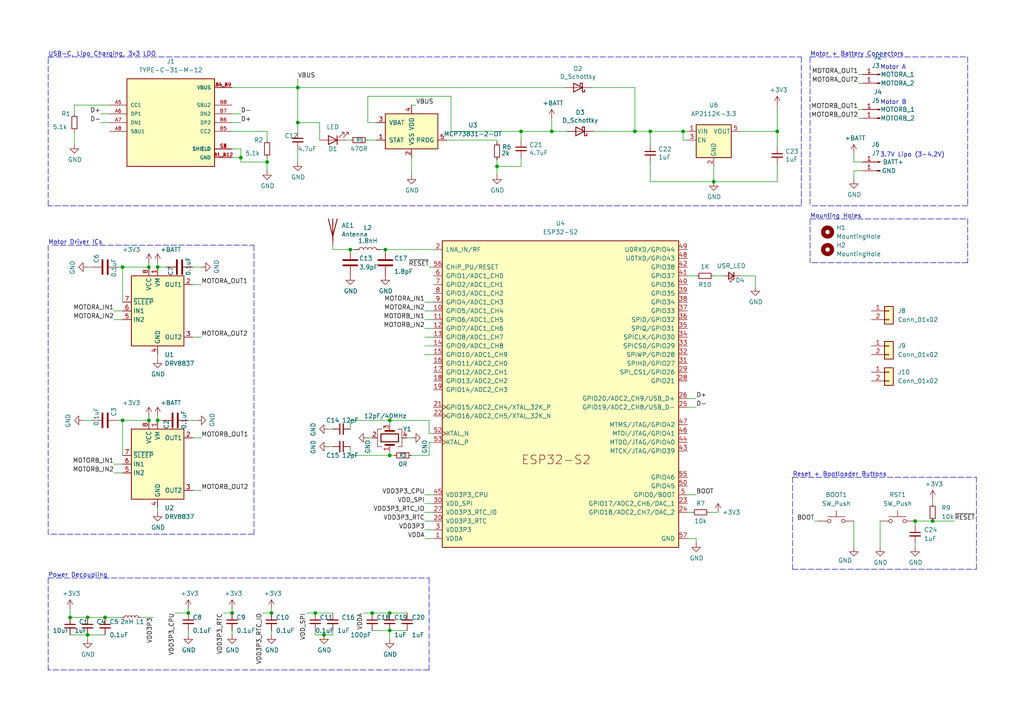
<source format=kicad_sch>
(kicad_sch (version 20211123) (generator eeschema)
  (paper "A4")
  (lib_symbols
    (symbol "Battery_Management:MCP73831-2-OT" (pin_names (offset 1.016))
      (property "Reference" "U" (at -7.62 6.35 0))
      (property "Value" "MCP73831-2-OT" (at 1.27 6.35 0))
      (symbol "MCP73831-2-OT_1_1"
        (pin output line (at 10.16 -2.54 180) (length 2.54) (name "STAT") (number "1"))
        (pin power_in line (at 0 -7.62 90) (length 2.54) (name "VSS") (number "2"))
        (pin power_out line (at 10.16 2.54 180) (length 2.54) (name "VBAT") (number "3"))
        (pin power_in line (at 0 7.62 270) (length 2.54) (name "VDD") (number "4"))
        (pin input line (at -10.16 -2.54 0) (length 2.54) (name "PROG") (number "5"))
      )
    )
    (symbol "Connector:Conn_01x01_Male" (pin_names (offset 1.016) hide)
      (property "Reference" "J" (at 0 2.54 0))
      (property "Value" "Conn_01x01_Male" (at 0 -2.54 0))
      (symbol "Conn_01x01_Male_1_1"
        (pin passive line (at 5.08 0 180) (length 3.81) (name "Pin_1") (number "1"))
      )
    )
    (symbol "Connector_Generic:Conn_01x02" (pin_names (offset 1.016) hide)
      (property "Reference" "J" (at 0 2.54 0))
      (property "Value" "Conn_01x02" (at 0 -5.08 0))
      (symbol "Conn_01x02_1_1"
        (pin passive line (at -5.08 0 0) (length 3.81) (name "Pin_1") (number "1"))
        (pin passive line (at -5.08 -2.54 0) (length 3.81) (name "Pin_2") (number "2"))
      )
    )
    (symbol "Device:Antenna" (pin_numbers hide) (pin_names (offset 1.016) hide)
      (property "Reference" "AE" (at -1.905 1.905 0))
      (property "Value" "Antenna" (at -1.905 0 0))
      (symbol "Antenna_1_1"
        (pin input line (at 0 -5.08 90) (length 2.54) (name "A") (number "1"))
      )
    )
    (symbol "Device:C" (pin_numbers hide) (pin_names (offset 0.254))
      (property "Reference" "C" (at 0.635 2.54 0))
      (property "Value" "C" (at 0.635 -2.54 0))
      (symbol "C_1_1"
        (pin passive line (at 0 3.81 270) (length 2.794) (name "~") (number "1"))
        (pin passive line (at 0 -3.81 90) (length 2.794) (name "~") (number "2"))
      )
    )
    (symbol "Device:C_Small" (pin_numbers hide) (pin_names (offset 0.254) hide)
      (property "Reference" "C" (at 0.254 1.778 0))
      (property "Value" "C_Small" (at 0.254 -2.032 0))
      (symbol "C_Small_1_1"
        (pin passive line (at 0 2.54 270) (length 2.032) (name "~") (number "1"))
        (pin passive line (at 0 -2.54 90) (length 2.032) (name "~") (number "2"))
      )
    )
    (symbol "Device:Crystal_GND24" (pin_names (offset 1.016) hide)
      (property "Reference" "Y" (at 3.175 5.08 0))
      (property "Value" "Crystal_GND24" (at 3.175 3.175 0))
      (symbol "Crystal_GND24_1_1"
        (pin passive line (at -3.81 0 0) (length 1.27) (name "1") (number "1"))
        (pin passive line (at 0 5.08 270) (length 1.27) (name "2") (number "2"))
        (pin passive line (at 3.81 0 180) (length 1.27) (name "3") (number "3"))
        (pin passive line (at 0 -5.08 90) (length 1.27) (name "4") (number "4"))
      )
    )
    (symbol "Device:D_Schottky" (pin_numbers hide) (pin_names (offset 1.016) hide)
      (property "Reference" "D" (at 0 2.54 0))
      (property "Value" "D_Schottky" (at 0 -2.54 0))
      (symbol "D_Schottky_1_1"
        (pin passive line (at -3.81 0 0) (length 2.54) (name "K") (number "1"))
        (pin passive line (at 3.81 0 180) (length 2.54) (name "A") (number "2"))
      )
    )
    (symbol "Device:L" (pin_numbers hide) (pin_names (offset 1.016) hide)
      (property "Reference" "L" (at -1.27 0 90))
      (property "Value" "L" (at 1.905 0 90))
      (symbol "L_1_1"
        (pin passive line (at 0 3.81 270) (length 1.27) (name "1") (number "1"))
        (pin passive line (at 0 -3.81 90) (length 1.27) (name "2") (number "2"))
      )
    )
    (symbol "Device:LED" (pin_numbers hide) (pin_names (offset 1.016) hide)
      (property "Reference" "D" (at 0 2.54 0))
      (property "Value" "LED" (at 0 -2.54 0))
      (symbol "LED_1_1"
        (pin passive line (at -3.81 0 0) (length 2.54) (name "K") (number "1"))
        (pin passive line (at 3.81 0 180) (length 2.54) (name "A") (number "2"))
      )
    )
    (symbol "Device:LED_Small" (pin_numbers hide) (pin_names (offset 0.254) hide)
      (property "Reference" "D" (at -1.27 3.175 0))
      (property "Value" "LED_Small" (at -4.445 -2.54 0))
      (symbol "LED_Small_1_1"
        (pin passive line (at -2.54 0 0) (length 1.778) (name "K") (number "1"))
        (pin passive line (at 2.54 0 180) (length 1.778) (name "A") (number "2"))
      )
    )
    (symbol "Device:L_Small" (pin_numbers hide) (pin_names (offset 0.254) hide)
      (property "Reference" "L" (at 0.762 1.016 0))
      (property "Value" "L_Small" (at 0.762 -1.016 0))
      (symbol "L_Small_1_1"
        (pin passive line (at 0 2.54 270) (length 0.508) (name "~") (number "1"))
        (pin passive line (at 0 -2.54 90) (length 0.508) (name "~") (number "2"))
      )
    )
    (symbol "Device:R_Small" (pin_numbers hide) (pin_names (offset 0.254) hide)
      (property "Reference" "R" (at 0.762 0.508 0))
      (property "Value" "R_Small" (at 0.762 -1.016 0))
      (symbol "R_Small_1_1"
        (pin passive line (at 0 2.54 270) (length 0.762) (name "~") (number "1"))
        (pin passive line (at 0 -2.54 90) (length 0.762) (name "~") (number "2"))
      )
    )
    (symbol "Driver_Motor:DRV8837"
      (property "Reference" "U" (at 6.35 11.43 0))
      (property "Value" "DRV8837" (at -10.16 11.43 0))
      (symbol "DRV8837_1_1"
        (pin power_in line (at 0 12.7 270) (length 2.54) (name "VM") (number "1"))
        (pin output line (at 10.16 7.62 180) (length 2.54) (name "OUT1") (number "2"))
        (pin output line (at 10.16 -7.62 180) (length 2.54) (name "OUT2") (number "3"))
        (pin power_in line (at 0 -12.7 90) (length 2.54) (name "GND") (number "4"))
        (pin input line (at -10.16 -2.54 0) (length 2.54) (name "IN2") (number "5"))
        (pin input line (at -10.16 0 0) (length 2.54) (name "IN1") (number "6"))
        (pin input line (at -10.16 2.54 0) (length 2.54) (name "~{SLEEP}") (number "7"))
        (pin power_in line (at -2.54 12.7 270) (length 2.54) (name "VCC") (number "8"))
        (pin passive line (at 0 -12.7 90) (length 2.54) hide (name "GND") (number "9"))
      )
    )
    (symbol "Espressif:ESP32-S2" (pin_names (offset 1.016))
      (property "Reference" "U" (at -33.02 48.26 0))
      (property "Value" "ESP32-S2" (at -33.02 45.72 0))
      (symbol "ESP32-S2_0_0"
        (text "ESP32-S2" (at 0 -20.32 0) (effects (font (size 2.54 2.54))))
      )
      (symbol "ESP32-S2_1_1"
        (pin power_in line (at -35.56 -43.18 0) (length 2.54) (name "VDDA") (number "1"))
        (pin bidirectional line (at -35.56 22.86 0) (length 2.54) (name "GPIO5/ADC1_CH4") (number "10"))
        (pin bidirectional line (at -35.56 20.32 0) (length 2.54) (name "GPIO6/ADC1_CH5") (number "11"))
        (pin bidirectional line (at -35.56 17.78 0) (length 2.54) (name "GPIO7/ADC1_CH6") (number "12"))
        (pin bidirectional line (at -35.56 15.24 0) (length 2.54) (name "GPIO8/ADC1_CH7") (number "13"))
        (pin bidirectional line (at -35.56 12.7 0) (length 2.54) (name "GPIO9/ADC1_CH8") (number "14"))
        (pin bidirectional line (at -35.56 10.16 0) (length 2.54) (name "GPIO10/ADC1_CH9") (number "15"))
        (pin bidirectional line (at -35.56 7.62 0) (length 2.54) (name "GPIO11/ADC2_CH0") (number "16"))
        (pin bidirectional line (at -35.56 5.08 0) (length 2.54) (name "GPIO12/ADC2_CH1") (number "17"))
        (pin bidirectional line (at -35.56 2.54 0) (length 2.54) (name "GPIO13/ADC2_CH2") (number "18"))
        (pin bidirectional line (at -35.56 0 0) (length 2.54) (name "GPIO14/ADC2_CH3") (number "19"))
        (pin bidirectional line (at -35.56 40.64 0) (length 2.54) (name "LNA_IN/RF") (number "2"))
        (pin power_in line (at -35.56 -38.1 0) (length 2.54) (name "VDD3P3_RTC") (number "20"))
        (pin bidirectional clock (at -35.56 -5.08 0) (length 2.54) (name "GPIO15/ADC2_CH4/XTAL_32K_P") (number "21"))
        (pin bidirectional clock (at -35.56 -7.62 0) (length 2.54) (name "GPIO16/ADC2_CH5/XTAL_32K_N") (number "22"))
        (pin bidirectional line (at 38.1 -33.02 180) (length 2.54) (name "GPIO17/ADC2_CH6/DAC_1") (number "23"))
        (pin bidirectional line (at 38.1 -35.56 180) (length 2.54) (name "GPIO18/ADC2_CH7/DAC_2") (number "24"))
        (pin bidirectional line (at 38.1 -5.08 180) (length 2.54) (name "GPIO19/ADC2_CH8/USB_D-") (number "25"))
        (pin bidirectional line (at 38.1 -2.54 180) (length 2.54) (name "GPIO20/ADC2_CH9/USB_D+") (number "26"))
        (pin power_in line (at -35.56 -35.56 0) (length 2.54) (name "VDD3P3_RTC_IO") (number "27"))
        (pin bidirectional line (at 38.1 2.54 180) (length 2.54) (name "GPIO21") (number "28"))
        (pin bidirectional line (at 38.1 5.08 180) (length 2.54) (name "SPI_CS1/GPIO26") (number "29"))
        (pin power_in line (at -35.56 -40.64 0) (length 2.54) (name "VDD3P3") (number "3"))
        (pin power_in line (at -35.56 -33.02 0) (length 2.54) (name "VDD_SPI") (number "30"))
        (pin bidirectional line (at 38.1 7.62 180) (length 2.54) (name "SPIHD/GPIO27") (number "31"))
        (pin bidirectional line (at 38.1 10.16 180) (length 2.54) (name "SPIWP/GPIO28") (number "32"))
        (pin bidirectional line (at 38.1 12.7 180) (length 2.54) (name "SPICS0/GPIO29") (number "33"))
        (pin bidirectional line (at 38.1 15.24 180) (length 2.54) (name "SPICLK/GPIO30") (number "34"))
        (pin bidirectional line (at 38.1 17.78 180) (length 2.54) (name "SPIQ/GPIO31") (number "35"))
        (pin bidirectional line (at 38.1 20.32 180) (length 2.54) (name "SPID/GPIO32") (number "36"))
        (pin bidirectional line (at 38.1 22.86 180) (length 2.54) (name "GPIO33") (number "37"))
        (pin bidirectional line (at 38.1 25.4 180) (length 2.54) (name "GPIO34") (number "38"))
        (pin bidirectional line (at 38.1 27.94 180) (length 2.54) (name "GPIO35") (number "39"))
        (pin passive line (at -35.56 -40.64 0) (length 2.54) hide (name "VDD3P3") (number "4"))
        (pin bidirectional line (at 38.1 30.48 180) (length 2.54) (name "GPIO36") (number "40"))
        (pin bidirectional line (at 38.1 33.02 180) (length 2.54) (name "GPIO37") (number "41"))
        (pin bidirectional line (at 38.1 35.56 180) (length 2.54) (name "GPIO38") (number "42"))
        (pin input line (at 38.1 -17.78 180) (length 2.54) (name "MTCK/JTAG/GPIO39") (number "43"))
        (pin output line (at 38.1 -15.24 180) (length 2.54) (name "MTDO/JTAG/GPIO40") (number "44"))
        (pin power_in line (at -35.56 -30.48 0) (length 2.54) (name "VDD3P3_CPU") (number "45"))
        (pin input line (at 38.1 -12.7 180) (length 2.54) (name "MTDI/JTAG/GPIO41") (number "46"))
        (pin output line (at 38.1 -10.16 180) (length 2.54) (name "MTMS/JTAG/GPIO42") (number "47"))
        (pin bidirectional line (at 38.1 38.1 180) (length 2.54) (name "U0TXD/GPIO43") (number "48"))
        (pin bidirectional line (at 38.1 40.64 180) (length 2.54) (name "U0RXD/GPIO44") (number "49"))
        (pin bidirectional line (at 38.1 -30.48 180) (length 2.54) (name "GPIO0/BOOT") (number "5"))
        (pin bidirectional line (at 38.1 -27.94 180) (length 2.54) (name "GPIO45") (number "50"))
        (pin passive line (at -35.56 -43.18 0) (length 2.54) hide (name "VDDA") (number "51"))
        (pin bidirectional clock (at -35.56 -12.7 0) (length 2.54) (name "XTAL_N") (number "52"))
        (pin bidirectional clock (at -35.56 -15.24 0) (length 2.54) (name "XTAL_P") (number "53"))
        (pin passive line (at -35.56 -43.18 0) (length 2.54) hide (name "VDDA") (number "54"))
        (pin input line (at 38.1 -25.4 180) (length 2.54) (name "GPIO46") (number "55"))
        (pin bidirectional line (at -35.56 35.56 0) (length 2.54) (name "CHIP_PU/RESET") (number "56"))
        (pin power_in line (at 38.1 -43.18 180) (length 2.54) (name "GND") (number "57"))
        (pin bidirectional line (at -35.56 33.02 0) (length 2.54) (name "GPIO1/ADC1_CH0") (number "6"))
        (pin bidirectional line (at -35.56 30.48 0) (length 2.54) (name "GPIO2/ADC1_CH1") (number "7"))
        (pin bidirectional line (at -35.56 27.94 0) (length 2.54) (name "GPIO3/ADC1_CH2") (number "8"))
        (pin bidirectional line (at -35.56 25.4 0) (length 2.54) (name "GPIO4/ADC1_CH3") (number "9"))
      )
    )
    (symbol "Kicad_symbols:TYPE-C-31-M-12" (pin_names (offset 1.016))
      (property "Reference" "J" (at -12.7 13.462 0))
      (property "Value" "TYPE-C-31-M-12" (at -12.7 -13.462 0))
      (symbol "TYPE-C-31-M-12_0_0"
        (pin power_in line (at 17.78 -10.16 180) (length 5.08) (name "GND") (number "A1_B12"))
        (pin power_in line (at 17.78 10.16 180) (length 5.08) (name "VBUS") (number "A4_B9"))
        (pin bidirectional line (at -17.78 5.08 0) (length 5.08) (name "CC1") (number "A5"))
        (pin bidirectional line (at -17.78 2.54 0) (length 5.08) (name "DP1") (number "A6"))
        (pin bidirectional line (at -17.78 0 0) (length 5.08) (name "DN1") (number "A7"))
        (pin bidirectional line (at -17.78 -2.54 0) (length 5.08) (name "SBU1") (number "A8"))
        (pin power_in line (at 17.78 -10.16 180) (length 5.08) (name "GND") (number "B1_A12"))
        (pin power_in line (at 17.78 10.16 180) (length 5.08) (name "VBUS") (number "B4_A9"))
        (pin bidirectional line (at 17.78 -2.54 180) (length 5.08) (name "CC2") (number "B5"))
        (pin bidirectional line (at 17.78 0 180) (length 5.08) (name "DP2") (number "B6"))
        (pin bidirectional line (at 17.78 2.54 180) (length 5.08) (name "DN2") (number "B7"))
        (pin bidirectional line (at 17.78 5.08 180) (length 5.08) (name "SBU2") (number "B8"))
        (pin passive line (at 17.78 -7.62 180) (length 5.08) (name "SHIELD") (number "S1"))
        (pin passive line (at 17.78 -7.62 180) (length 5.08) (name "SHIELD") (number "S2"))
        (pin passive line (at 17.78 -7.62 180) (length 5.08) (name "SHIELD") (number "S3"))
        (pin passive line (at 17.78 -7.62 180) (length 5.08) (name "SHIELD") (number "S4"))
      )
    )
    (symbol "Mechanical:MountingHole" (pin_names (offset 1.016))
      (property "Reference" "H" (at 0 5.08 0))
      (property "Value" "MountingHole" (at 0 3.175 0))
    )
    (symbol "Regulator_Linear:AP2112K-3.3" (pin_names (offset 0.254))
      (property "Reference" "U" (at -5.08 5.715 0))
      (property "Value" "AP2112K-3.3" (at 0 5.715 0))
      (symbol "AP2112K-3.3_1_1"
        (pin power_in line (at -7.62 2.54 0) (length 2.54) (name "VIN") (number "1"))
        (pin power_in line (at 0 -7.62 90) (length 2.54) (name "GND") (number "2"))
        (pin input line (at -7.62 0 0) (length 2.54) (name "EN") (number "3"))
        (pin no_connect line (at 5.08 0 180) (length 2.54) hide (name "NC") (number "4"))
        (pin power_out line (at 7.62 2.54 180) (length 2.54) (name "VOUT") (number "5"))
      )
    )
    (symbol "Switch:SW_Push" (pin_numbers hide) (pin_names (offset 1.016) hide)
      (property "Reference" "SW" (at 1.27 2.54 0))
      (property "Value" "SW_Push" (at 0 -1.524 0))
      (symbol "SW_Push_0_1"
        (pin passive line (at -5.08 0 0) (length 2.54) (name "1") (number "1"))
        (pin passive line (at 5.08 0 180) (length 2.54) (name "2") (number "2"))
      )
    )
    (symbol "power:+3.3V" (power) (pin_names (offset 0))
      (property "Value" "+3.3V" (at 0 3.556 0))
      (symbol "+3.3V_1_1"
        (pin power_in line (at 0 0 90) (length 0) hide (name "+3V3") (number "1"))
      )
    )
    (symbol "power:+BATT" (power) (pin_names (offset 0))
      (property "Value" "+BATT" (at 0 3.556 0))
      (symbol "+BATT_1_1"
        (pin power_in line (at 0 0 90) (length 0) hide (name "+BATT") (number "1"))
      )
    )
    (symbol "power:GND" (power) (pin_names (offset 0))
      (property "Value" "GND" (at 0 -3.81 0))
      (symbol "GND_1_1"
        (pin power_in line (at 0 0 270) (length 0) hide (name "GND") (number "1"))
      )
    )
  )
  (junction (at 78.74 177.8))
  (junction (at 151.13 38.1))
  (junction (at 93.98 184.15))
  (junction (at 207.01 52.705))
  (junction (at 113.03 182.88))
  (junction (at 25.4 179.07))
  (junction (at 67.31 177.8))
  (junction (at 69.85 45.72))
  (junction (at 113.03 121.92))
  (junction (at 184.15 38.1))
  (junction (at 160.02 38.1))
  (junction (at 188.595 38.1))
  (junction (at 43.18 77.47))
  (junction (at 265.43 151.13))
  (junction (at 107.95 177.8))
  (junction (at 101.6 72.39))
  (junction (at 35.56 77.47))
  (junction (at 270.51 151.13))
  (junction (at 35.56 121.92))
  (junction (at 91.44 177.8))
  (junction (at 45.72 121.92))
  (junction (at 111.76 72.39))
  (junction (at 144.145 48.26))
  (junction (at 25.4 184.15))
  (junction (at 43.18 121.92))
  (junction (at 225.425 38.1))
  (junction (at 45.72 77.47))
  (junction (at 30.48 179.07))
  (junction (at 20.32 179.07))
  (junction (at 86.36 35.56))
  (junction (at 113.03 177.8))
  (junction (at 86.36 25.4))
  (junction (at 54.61 177.8))
  (junction (at 113.03 132.08))
  (junction (at 198.12 38.1))
  (junction (at 77.47 46.99))
  (polyline (pts (xy 13.97 16.51) (xy 232.41 16.51)))
  (wire (pts (xy 25.4 179.07) (xy 30.48 179.07)))
  (wire (pts (xy 123.19 151.13) (xy 125.73 151.13)))
  (wire (pts (xy 123.19 95.25) (xy 125.73 95.25)))
  (wire (pts (xy 76.2 177.8) (xy 78.74 177.8)))
  (wire (pts (xy 77.47 46.99) (xy 69.85 46.99)))
  (wire (pts (xy 123.19 156.21) (xy 125.73 156.21)))
  (wire (pts (xy 45.72 121.92) (xy 46.99 121.92)))
  (wire (pts (xy 101.6 132.08) (xy 101.6 129.54)))
  (wire (pts (xy 67.31 35.56) (xy 69.85 35.56)))
  (wire (pts (xy 55.88 142.24) (xy 58.42 142.24)))
  (wire (pts (xy 124.46 121.92) (xy 124.46 125.73)))
  (polyline (pts (xy 280.67 16.51) (xy 280.67 59.69)))
  (wire (pts (xy 255.27 151.13) (xy 255.27 158.75)))
  (wire (pts (xy 21.59 38.1) (xy 21.59 41.91)))
  (polyline (pts (xy 280.67 76.2) (xy 234.95 76.2)))
  (wire (pts (xy 77.47 46.99) (xy 77.47 49.53)))
  (wire (pts (xy 123.19 90.17) (xy 125.73 90.17)))
  (wire (pts (xy 111.76 72.39) (xy 125.73 72.39)))
  (wire (pts (xy 43.18 120.65) (xy 43.18 121.92)))
  (wire (pts (xy 151.13 38.1) (xy 160.02 38.1)))
  (wire (pts (xy 113.03 177.8) (xy 118.11 177.8)))
  (wire (pts (xy 248.92 34.29) (xy 250.19 34.29)))
  (wire (pts (xy 45.72 76.2) (xy 45.72 77.47)))
  (wire (pts (xy 33.02 90.17) (xy 35.56 90.17)))
  (wire (pts (xy 96.52 184.15) (xy 93.98 184.15)))
  (wire (pts (xy 265.43 151.13) (xy 270.51 151.13)))
  (polyline (pts (xy 234.95 16.51) (xy 280.67 16.51)))
  (wire (pts (xy 86.36 35.56) (xy 86.36 38.1)))
  (wire (pts (xy 54.61 121.92) (xy 57.15 121.92)))
  (wire (pts (xy 86.36 35.56) (xy 92.71 35.56)))
  (wire (pts (xy 101.6 72.39) (xy 102.87 72.39)))
  (wire (pts (xy 188.595 38.1) (xy 188.595 41.91)))
  (wire (pts (xy 199.39 143.51) (xy 201.93 143.51)))
  (wire (pts (xy 198.12 38.1) (xy 198.12 40.64)))
  (wire (pts (xy 151.13 45.72) (xy 151.13 48.26)))
  (polyline (pts (xy 229.87 165.1) (xy 283.21 165.1)))
  (polyline (pts (xy 13.97 167.64) (xy 13.97 194.31)))
  (wire (pts (xy 225.425 38.1) (xy 225.425 42.545)))
  (wire (pts (xy 188.595 52.705) (xy 207.01 52.705)))
  (wire (pts (xy 20.32 179.07) (xy 25.4 179.07)))
  (wire (pts (xy 67.31 38.1) (xy 77.47 38.1)))
  (wire (pts (xy 199.39 148.59) (xy 200.66 148.59)))
  (polyline (pts (xy 13.97 59.69) (xy 13.97 16.51)))
  (wire (pts (xy 123.19 153.67) (xy 125.73 153.67)))
  (wire (pts (xy 124.46 125.73) (xy 125.73 125.73)))
  (wire (pts (xy 236.22 151.13) (xy 237.49 151.13)))
  (wire (pts (xy 77.47 45.72) (xy 77.47 46.99)))
  (wire (pts (xy 33.02 92.71) (xy 35.56 92.71)))
  (wire (pts (xy 45.72 120.65) (xy 45.72 121.92)))
  (wire (pts (xy 207.01 48.26) (xy 207.01 52.705)))
  (wire (pts (xy 124.46 128.27) (xy 125.73 128.27)))
  (wire (pts (xy 35.56 121.92) (xy 43.18 121.92)))
  (wire (pts (xy 25.4 184.15) (xy 25.4 185.42)))
  (wire (pts (xy 29.21 35.56) (xy 31.75 35.56)))
  (wire (pts (xy 119.38 30.48) (xy 120.65 30.48)))
  (wire (pts (xy 144.145 40.64) (xy 144.145 41.275)))
  (wire (pts (xy 26.67 77.47) (xy 25.4 77.47)))
  (polyline (pts (xy 15.24 71.12) (xy 73.66 71.12)))
  (wire (pts (xy 248.92 21.59) (xy 250.19 21.59)))
  (wire (pts (xy 43.18 76.2) (xy 43.18 77.47)))
  (wire (pts (xy 184.15 38.1) (xy 188.595 38.1)))
  (wire (pts (xy 107.95 177.8) (xy 113.03 177.8)))
  (wire (pts (xy 123.19 102.87) (xy 125.73 102.87)))
  (wire (pts (xy 21.59 30.48) (xy 21.59 33.02)))
  (wire (pts (xy 95.25 124.46) (xy 96.52 124.46)))
  (wire (pts (xy 107.95 182.88) (xy 113.03 182.88)))
  (wire (pts (xy 124.46 132.08) (xy 124.46 128.27)))
  (wire (pts (xy 55.88 127) (xy 58.42 127)))
  (wire (pts (xy 119.38 132.08) (xy 124.46 132.08)))
  (polyline (pts (xy 124.46 167.64) (xy 124.46 194.31)))
  (wire (pts (xy 207.01 52.705) (xy 225.425 52.705)))
  (wire (pts (xy 106.68 27.94) (xy 130.81 27.94)))
  (wire (pts (xy 199.39 80.01) (xy 201.93 80.01)))
  (wire (pts (xy 265.43 151.13) (xy 265.43 152.4)))
  (wire (pts (xy 113.03 123.19) (xy 113.03 121.92)))
  (wire (pts (xy 96.52 72.39) (xy 101.6 72.39)))
  (wire (pts (xy 45.72 77.47) (xy 48.26 77.47)))
  (wire (pts (xy 144.145 48.26) (xy 144.145 50.8)))
  (wire (pts (xy 20.32 184.15) (xy 25.4 184.15)))
  (wire (pts (xy 78.74 176.53) (xy 78.74 177.8)))
  (wire (pts (xy 113.03 130.81) (xy 113.03 132.08)))
  (wire (pts (xy 160.02 34.29) (xy 160.02 38.1)))
  (wire (pts (xy 91.44 182.88) (xy 91.44 184.15)))
  (wire (pts (xy 64.77 177.8) (xy 67.31 177.8)))
  (polyline (pts (xy 234.95 63.5) (xy 234.95 76.2)))
  (wire (pts (xy 101.6 121.92) (xy 113.03 121.92)))
  (wire (pts (xy 247.65 49.53) (xy 247.65 52.07)))
  (wire (pts (xy 265.43 157.48) (xy 265.43 158.75)))
  (wire (pts (xy 67.31 176.53) (xy 67.31 177.8)))
  (wire (pts (xy 55.88 77.47) (xy 58.42 77.47)))
  (wire (pts (xy 33.02 134.62) (xy 35.56 134.62)))
  (wire (pts (xy 86.36 43.18) (xy 86.36 46.99)))
  (wire (pts (xy 130.81 27.94) (xy 130.81 38.1)))
  (wire (pts (xy 201.93 156.21) (xy 201.93 157.48)))
  (wire (pts (xy 20.32 176.53) (xy 20.32 179.07)))
  (wire (pts (xy 92.71 35.56) (xy 92.71 40.64)))
  (wire (pts (xy 199.39 115.57) (xy 201.93 115.57)))
  (wire (pts (xy 250.19 49.53) (xy 247.65 49.53)))
  (polyline (pts (xy 13.97 71.12) (xy 13.97 154.94)))
  (wire (pts (xy 113.03 121.92) (xy 124.46 121.92)))
  (wire (pts (xy 77.47 38.1) (xy 77.47 40.64)))
  (wire (pts (xy 54.61 177.8) (xy 50.8 177.8)))
  (wire (pts (xy 270.51 151.13) (xy 276.86 151.13)))
  (polyline (pts (xy 234.95 16.51) (xy 234.95 59.69)))
  (wire (pts (xy 123.19 100.33) (xy 125.73 100.33)))
  (wire (pts (xy 34.29 77.47) (xy 35.56 77.47)))
  (wire (pts (xy 198.12 38.1) (xy 199.39 38.1)))
  (wire (pts (xy 45.72 102.87) (xy 45.72 104.14)))
  (polyline (pts (xy 13.97 16.51) (xy 15.24 16.51)))
  (wire (pts (xy 123.19 87.63) (xy 125.73 87.63)))
  (polyline (pts (xy 234.95 63.5) (xy 280.67 63.5)))
  (wire (pts (xy 96.52 71.12) (xy 96.52 72.39)))
  (wire (pts (xy 214.63 80.01) (xy 219.075 80.01)))
  (wire (pts (xy 67.31 182.88) (xy 67.31 184.15)))
  (wire (pts (xy 225.425 38.1) (xy 225.425 30.48)))
  (wire (pts (xy 35.56 121.92) (xy 35.56 132.08)))
  (wire (pts (xy 199.39 118.11) (xy 201.93 118.11)))
  (wire (pts (xy 144.145 46.355) (xy 144.145 48.26)))
  (wire (pts (xy 29.21 33.02) (xy 31.75 33.02)))
  (wire (pts (xy 119.38 45.72) (xy 119.38 50.8)))
  (wire (pts (xy 129.54 40.64) (xy 144.145 40.64)))
  (wire (pts (xy 188.595 46.99) (xy 188.595 52.705)))
  (wire (pts (xy 78.74 182.88) (xy 78.74 184.15)))
  (wire (pts (xy 91.44 177.8) (xy 96.52 177.8)))
  (wire (pts (xy 25.4 184.15) (xy 30.48 184.15)))
  (wire (pts (xy 199.39 40.64) (xy 198.12 40.64)))
  (wire (pts (xy 67.31 33.02) (xy 69.85 33.02)))
  (wire (pts (xy 113.03 182.88) (xy 113.03 185.42)))
  (wire (pts (xy 130.81 38.1) (xy 151.13 38.1)))
  (wire (pts (xy 118.11 127) (xy 119.38 127)))
  (wire (pts (xy 248.92 24.13) (xy 250.19 24.13)))
  (wire (pts (xy 101.6 121.92) (xy 101.6 124.46)))
  (wire (pts (xy 250.19 46.99) (xy 247.65 46.99)))
  (wire (pts (xy 69.85 46.99) (xy 69.85 45.72)))
  (wire (pts (xy 100.33 40.64) (xy 101.6 40.64)))
  (polyline (pts (xy 73.66 154.94) (xy 13.97 154.94)))
  (wire (pts (xy 35.56 77.47) (xy 43.18 77.47)))
  (wire (pts (xy 247.65 46.99) (xy 247.65 44.45)))
  (wire (pts (xy 160.02 38.1) (xy 164.465 38.1)))
  (wire (pts (xy 54.61 182.88) (xy 54.61 184.15)))
  (polyline (pts (xy 73.66 71.12) (xy 73.66 154.94)))
  (wire (pts (xy 123.19 143.51) (xy 125.73 143.51)))
  (wire (pts (xy 55.88 97.79) (xy 58.42 97.79)))
  (wire (pts (xy 67.31 25.4) (xy 86.36 25.4)))
  (wire (pts (xy 54.61 176.53) (xy 54.61 177.8)))
  (wire (pts (xy 270.51 144.78) (xy 270.51 146.05)))
  (wire (pts (xy 86.36 25.4) (xy 86.36 35.56)))
  (polyline (pts (xy 229.87 138.43) (xy 283.21 138.43)))
  (polyline (pts (xy 232.41 59.69) (xy 13.97 59.69)))
  (polyline (pts (xy 232.41 16.51) (xy 232.41 59.69)))
  (wire (pts (xy 110.49 72.39) (xy 111.76 72.39)))
  (wire (pts (xy 33.02 137.16) (xy 35.56 137.16)))
  (wire (pts (xy 151.13 38.1) (xy 151.13 40.64)))
  (wire (pts (xy 248.92 31.75) (xy 250.19 31.75)))
  (polyline (pts (xy 229.87 138.43) (xy 229.87 165.1)))
  (wire (pts (xy 31.75 30.48) (xy 21.59 30.48)))
  (wire (pts (xy 144.145 48.26) (xy 151.13 48.26)))
  (wire (pts (xy 86.36 22.86) (xy 86.36 25.4)))
  (wire (pts (xy 55.88 82.55) (xy 58.42 82.55)))
  (wire (pts (xy 91.44 184.15) (xy 93.98 184.15)))
  (wire (pts (xy 207.01 80.01) (xy 209.55 80.01)))
  (wire (pts (xy 45.72 147.32) (xy 45.72 148.59)))
  (wire (pts (xy 35.56 77.47) (xy 35.56 87.63)))
  (wire (pts (xy 114.3 132.08) (xy 113.03 132.08)))
  (wire (pts (xy 171.45 25.4) (xy 184.15 25.4)))
  (polyline (pts (xy 283.21 165.1) (xy 283.21 138.43)))
  (wire (pts (xy 24.13 121.92) (xy 26.67 121.92)))
  (wire (pts (xy 86.36 25.4) (xy 163.83 25.4)))
  (polyline (pts (xy 124.46 194.31) (xy 13.97 194.31)))
  (wire (pts (xy 40.64 179.07) (xy 44.45 179.07)))
  (wire (pts (xy 69.85 43.18) (xy 69.85 45.72)))
  (wire (pts (xy 88.9 177.8) (xy 91.44 177.8)))
  (wire (pts (xy 188.595 38.1) (xy 198.12 38.1)))
  (wire (pts (xy 106.68 35.56) (xy 106.68 27.94)))
  (wire (pts (xy 184.15 25.4) (xy 184.15 38.1)))
  (wire (pts (xy 101.6 132.08) (xy 113.03 132.08)))
  (wire (pts (xy 219.075 80.01) (xy 219.075 83.185)))
  (wire (pts (xy 109.22 35.56) (xy 106.68 35.56)))
  (wire (pts (xy 95.25 129.54) (xy 96.52 129.54)))
  (wire (pts (xy 214.63 38.1) (xy 225.425 38.1)))
  (wire (pts (xy 205.74 148.59) (xy 208.28 148.59)))
  (wire (pts (xy 172.085 38.1) (xy 184.15 38.1)))
  (polyline (pts (xy 280.67 63.5) (xy 280.67 76.2)))
  (wire (pts (xy 106.68 127) (xy 107.95 127)))
  (wire (pts (xy 67.31 43.18) (xy 69.85 43.18)))
  (wire (pts (xy 247.65 151.13) (xy 247.65 158.75)))
  (wire (pts (xy 96.52 182.88) (xy 96.52 184.15)))
  (wire (pts (xy 106.68 40.64) (xy 109.22 40.64)))
  (wire (pts (xy 105.41 177.8) (xy 107.95 177.8)))
  (polyline (pts (xy 13.97 167.64) (xy 124.46 167.64)))
  (wire (pts (xy 124.46 77.47) (xy 125.73 77.47)))
  (polyline (pts (xy 280.67 59.69) (xy 234.95 59.69)))
  (wire (pts (xy 199.39 156.21) (xy 201.93 156.21)))
  (wire (pts (xy 34.29 121.92) (xy 35.56 121.92)))
  (wire (pts (xy 123.19 146.05) (xy 125.73 146.05)))
  (wire (pts (xy 123.19 97.79) (xy 125.73 97.79)))
  (wire (pts (xy 67.31 45.72) (xy 69.85 45.72)))
  (wire (pts (xy 30.48 179.07) (xy 35.56 179.07)))
  (wire (pts (xy 113.03 182.88) (xy 118.11 182.88)))
  (wire (pts (xy 123.19 148.59) (xy 125.73 148.59)))
  (wire (pts (xy 225.425 52.705) (xy 225.425 47.625)))
  (wire (pts (xy 123.19 92.71) (xy 125.73 92.71)))
  (text "Reset + Bootloader Buttons" (at 229.87 138.43 0) (effects (font (size 1.27 1.27)) (justify left bottom)))
  (text "USB-C, Lipo Charging, 3v3 LDO" (at 13.97 16.51 0) (effects (font (size 1.27 1.27)) (justify left bottom)))
  (text "Motor A" (at 255.27 20.32 0) (effects (font (size 1.27 1.27)) (justify left bottom)))
  (text "Power Decoupling" (at 13.97 167.64 0) (effects (font (size 1.27 1.27)) (justify left bottom)))
  (text "Motor B" (at 255.27 30.48 0) (effects (font (size 1.27 1.27)) (justify left bottom)))
  (text "3.7V Lipo (3-4.2V)" (at 255.27 45.72 0) (effects (font (size 1.27 1.27)) (justify left bottom)))
  (text "Motor Driver ICs" (at 13.97 71.12 0) (effects (font (size 1.27 1.27)) (justify left bottom)))
  (text "Motor + Battery Connectors" (at 234.95 16.51 0) (effects (font (size 1.27 1.27)) (justify left bottom)))
  (text "Mounting Holes" (at 234.95 63.5 0) (effects (font (size 1.27 1.27)) (justify left bottom)))
  (label "MOTORA_OUT1" (at 58.42 82.55 0))
  (label "VDD3P3_CPU" (at 123.19 143.51 180))
  (label "VDDA" (at 105.41 177.8 270))
  (label "MOTORB_OUT2" (at 58.42 142.24 0))
  (label "VBUS" (at 120.65 30.48 0))
  (label "MOTORA_OUT1" (at 248.92 21.59 180))
  (label "MOTORA_IN1" (at 123.19 87.63 180))
  (label "VDD3P3" (at 123.19 153.67 180))
  (label "VDD3P3_RTC" (at 123.19 151.13 180))
  (label "VDD3P3_RTC_IO" (at 76.2 177.8 270))
  (label "MOTORB_IN2" (at 123.19 95.25 180))
  (label "D+" (at 201.93 115.57 0))
  (label "VDD_SPI" (at 123.19 146.05 180))
  (label "VDD_SPI" (at 88.9 177.8 270))
  (label "D+" (at 29.21 33.02 180))
  (label "BOOT" (at 236.22 151.13 180))
  (label "MOTORA_OUT2" (at 248.92 24.13 180))
  (label "MOTORA_IN2" (at 33.02 92.71 180))
  (label "D-" (at 29.21 35.56 180))
  (label "VDD3P3_CPU" (at 50.8 177.8 270))
  (label "BOOT" (at 201.93 143.51 0))
  (label "MOTORA_OUT2" (at 58.42 97.79 0))
  (label "MOTORB_OUT1" (at 58.42 127 0))
  (label "~{RESET}" (at 276.86 151.13 0))
  (label "MOTORA_IN1" (at 33.02 90.17 180))
  (label "D-" (at 201.93 118.11 0))
  (label "MOTORB_IN1" (at 123.19 92.71 180))
  (label "D+" (at 69.85 35.56 0))
  (label "VBUS" (at 86.36 22.86 0))
  (label "MOTORB_OUT2" (at 248.92 34.29 180))
  (label "MOTORB_IN1" (at 33.02 134.62 180))
  (label "VDD3P3_RTC" (at 64.77 177.8 270))
  (label "MOTORB_OUT1" (at 248.92 31.75 180))
  (label "MOTORA_IN2" (at 123.19 90.17 180))
  (label "~{RESET}" (at 124.46 77.47 180))
  (label "VDD3P3_RTC_IO" (at 123.19 148.59 180))
  (label "D-" (at 69.85 33.02 0))
  (label "MOTORB_IN2" (at 33.02 137.16 180))
  (label "VDDA" (at 123.19 156.21 180))
  (label "VDD3P3" (at 44.45 179.07 270))
  (symbol (lib_id "Connector:Conn_01x01_Male") (at 255.27 49.53 180) (unit 1)
    (property "Reference" "J7" (at 254 44.45 0))
    (property "Value" "GND" (at 257.81 49.53 0))
    (property "Footprint" "Connector_Wire:SolderWirePad_1x01_SMD_1x2mm" (effects hide))
  )
  (symbol (lib_id "power:GND") (at 207.01 52.705 0) (unit 1)
    (property "Reference" "#PWR0125" (effects hide))
    (property "Value" "GND" (at 207.137 57.0992 0))
  )
  (symbol (lib_id "Device:C_Small") (at 113.03 180.34 0) (unit 1)
    (property "Reference" "C19" (at 114.3 179.07 0) (effects (justify left)))
    (property "Value" "1uF" (at 114.3 184.15 0) (effects (justify left)))
    (property "Footprint" "Capacitor_SMD:C_0402_1005Metric" (effects hide))
  )
  (symbol (lib_id "Device:C_Small") (at 107.95 180.34 0) (unit 1)
    (property "Reference" "C18" (at 109.22 179.07 0) (effects (justify left)))
    (property "Value" "100pF" (at 101.6 184.15 0) (effects (justify left)))
    (property "Footprint" "Capacitor_SMD:C_0402_1005Metric" (effects hide))
  )
  (symbol (lib_id "power:GND") (at 201.93 157.48 0) (unit 1)
    (property "Reference" "#PWR0138" (effects hide))
    (property "Value" "GND" (at 202.057 161.8742 0))
  )
  (symbol (lib_id "Mechanical:MountingHole") (at 240.03 67.31 0) (unit 1)
    (property "Reference" "H1" (at 242.57 66.0399 0) (effects (justify left)))
    (property "Value" "MountingHole" (at 242.57 68.5799 0) (effects (justify left)))
    (property "Footprint" "MountingHole:MountingHole_2.2mm_M2_DIN965_Pad" (effects hide))
  )
  (symbol (lib_id "Device:C_Small") (at 25.4 181.61 0) (unit 1)
    (property "Reference" "C4" (at 27.94 180.3462 0) (effects (justify left)))
    (property "Value" "1uF" (at 21.59 182.88 0) (effects (justify left)))
    (property "Footprint" "Capacitor_SMD:C_0402_1005Metric" (effects hide))
  )
  (symbol (lib_id "Regulator_Linear:AP2112K-3.3") (at 207.01 40.64 0) (unit 1)
    (property "Reference" "U6" (at 207.01 30.48 0))
    (property "Value" "AP2112K-3.3" (at 207.01 33.02 0))
    (property "Footprint" "Package_TO_SOT_SMD:SOT-23-5" (effects hide))
    (property "Datasheet" "https://www.diodes.com/assets/Datasheets/AP2112.pdf" (effects hide))
    (property "LCSC" "C3021085" (effects hide))
  )
  (symbol (lib_id "Driver_Motor:DRV8837") (at 45.72 134.62 0) (unit 1)
    (property "Reference" "U2" (at 47.7394 147.32 0) (effects (justify left)))
    (property "Value" "DRV8837" (at 47.7394 149.86 0) (effects (justify left)))
    (property "Footprint" "Package_SON:WSON-8-1EP_2x2mm_P0.5mm_EP0.9x1.6mm" (effects hide))
    (property "Datasheet" "http://www.ti.com/lit/ds/symlink/drv8837.pdf" (effects hide))
    (property "LCSC" "    C191000" (effects hide))
  )
  (symbol (lib_id "Switch:SW_Push") (at 242.57 151.13 0) (unit 1)
    (property "Reference" "BOOT1" (at 242.57 143.51 0))
    (property "Value" "SW_Push" (at 242.57 146.05 0))
    (property "Footprint" "Button_Switch_SMD:SW_SPST_B3U-1000P" (effects hide))
    (property "LCSC" "C231329" (effects hide))
  )
  (symbol (lib_id "Device:L") (at 106.68 72.39 90) (unit 1)
    (property "Reference" "L2" (at 106.68 66.04 90))
    (property "Value" "1.8nH" (at 106.68 69.85 90))
    (property "Footprint" "Inductor_SMD:L_0402_1005Metric" (effects hide))
    (property "LCSC" "C87530" (effects hide))
  )
  (symbol (lib_id "Connector:Conn_01x01_Male") (at 255.27 46.99 180) (unit 1)
    (property "Reference" "J6" (at 254 41.91 0))
    (property "Value" "BATT+" (at 259.08 46.99 0))
    (property "Footprint" "Connector_Wire:SolderWirePad_1x01_SMD_1x2mm" (effects hide))
  )
  (symbol (lib_id "power:GND") (at 119.38 127 90) (unit 1)
    (property "Reference" "#PWR0140" (effects hide))
    (property "Value" "GND" (at 123.19 129.54 0))
  )
  (symbol (lib_id "power:+3.3V") (at 20.32 176.53 0) (unit 1)
    (property "Reference" "#PWR0120" (effects hide))
    (property "Value" "+3.3V" (at 20.701 172.1358 0))
  )
  (symbol (lib_id "power:GND") (at 78.74 184.15 0) (unit 1)
    (property "Reference" "#PWR0105" (effects hide))
    (property "Value" "GND" (at 78.867 188.5442 0))
  )
  (symbol (lib_id "power:GND") (at 247.65 158.75 0) (unit 1)
    (property "Reference" "#PWR0134" (effects hide))
    (property "Value" "GND" (at 245.11 162.56 0))
  )
  (symbol (lib_id "power:GND") (at 45.72 148.59 0) (unit 1)
    (property "Reference" "#PWR0115" (effects hide))
    (property "Value" "GND" (at 45.847 152.9842 0))
  )
  (symbol (lib_id "power:GND") (at 113.03 185.42 0) (unit 1)
    (property "Reference" "#PWR0109" (effects hide))
    (property "Value" "GND" (at 113.157 189.8142 0))
  )
  (symbol (lib_id "Kicad_symbols:TYPE-C-31-M-12") (at 49.53 35.56 0) (unit 1)
    (property "Reference" "J1" (at 49.53 17.78 0))
    (property "Value" "TYPE-C-31-M-12" (at 49.53 20.32 0))
    (property "Footprint" "kicad_footprints:HRO_TYPE-C-31-M-12" (effects hide))
    (property "PARTREV" "2020.12.08" (effects hide))
    (property "SNAPEDA_PN" "TYPE-C-31-M-12" (effects hide))
    (property "LCSC" "C165948" (effects hide))
  )
  (symbol (lib_id "Device:D_Schottky") (at 167.64 25.4 180) (unit 1)
    (property "Reference" "D2" (at 167.64 19.9136 0))
    (property "Value" "D_Schottky" (at 167.64 22.225 0))
    (property "Footprint" "Diode_SMD:D_SOD-323" (effects hide))
    (property "LCSC" "C146335" (effects hide))
  )
  (symbol (lib_id "power:+3.3V") (at 54.61 176.53 0) (unit 1)
    (property "Reference" "#PWR0110" (effects hide))
    (property "Value" "+3.3V" (at 54.991 172.1358 0))
  )
  (symbol (lib_id "Device:C_Small") (at 67.31 180.34 0) (unit 1)
    (property "Reference" "C9" (at 68.58 179.07 0) (effects (justify left)))
    (property "Value" "0.1uF" (at 68.58 182.88 0) (effects (justify left)))
    (property "Footprint" "Capacitor_SMD:C_0402_1005Metric" (effects hide))
  )
  (symbol (lib_id "Connector_Generic:Conn_01x02") (at 257.81 90.17 0) (unit 1)
    (property "Reference" "J8" (at 260.35 90.1699 0) (effects (justify left)))
    (property "Value" "Conn_01x02" (at 260.35 92.7099 0) (effects (justify left)))
    (property "Footprint" "Connector_JST:JST_PH_S2B-PH-K_1x02_P2.00mm_Horizontal" (effects hide))
  )
  (symbol (lib_id "Device:C") (at 101.6 76.2 0) (unit 1)
    (property "Reference" "C13" (at 104.14 74.93 0) (effects (justify left)))
    (property "Value" "3.9pF" (at 104.14 77.47 0) (effects (justify left)))
    (property "Footprint" "Capacitor_SMD:C_0402_1005Metric" (effects hide))
    (property "LCSC" "C313081" (effects hide))
  )
  (symbol (lib_id "Battery_Management:MCP73831-2-OT") (at 119.38 38.1 0) (mirror y) (unit 1)
    (property "Reference" "U3" (at 137.16 36.3093 0))
    (property "Value" "MCP73831-2-OT" (at 137.16 38.8493 0))
    (property "Footprint" "Package_TO_SOT_SMD:SOT-23-5" (effects hide))
    (property "Datasheet" "http://ww1.microchip.com/downloads/en/DeviceDoc/20001984g.pdf" (effects hide))
  )
  (symbol (lib_id "Device:R_Small") (at 77.47 43.18 180) (unit 1)
    (property "Reference" "R2" (at 73.66 40.64 0) (effects (justify right)))
    (property "Value" "5.1k" (at 71.12 44.45 0) (effects (justify right)))
    (property "Footprint" "Resistor_SMD:R_0402_1005Metric" (effects hide))
  )
  (symbol (lib_id "power:+3.3V") (at 270.51 144.78 0) (unit 1)
    (property "Reference" "#PWR0135" (effects hide))
    (property "Value" "+3.3V" (at 270.891 140.3858 0))
  )
  (symbol (lib_id "Device:C_Small") (at 20.32 181.61 0) (unit 1)
    (property "Reference" "C1" (at 22.86 180.3462 0) (effects (justify left)))
    (property "Value" "10uF" (at 15.24 182.88 0) (effects (justify left)))
    (property "Footprint" "Capacitor_SMD:C_0603_1608Metric" (effects hide))
  )
  (symbol (lib_id "Device:R_Small") (at 144.145 43.815 180) (unit 1)
    (property "Reference" "R6" (at 145.6436 42.6466 0) (effects (justify right)))
    (property "Value" "2k" (at 145.415 44.45 0) (effects (justify right)))
    (property "Footprint" "Resistor_SMD:R_0402_1005Metric" (effects hide))
  )
  (symbol (lib_id "power:+BATT") (at 160.02 34.29 0) (unit 1)
    (property "Reference" "#PWR0126" (effects hide))
    (property "Value" "+BATT" (at 160.401 29.8958 0))
  )
  (symbol (lib_id "power:GND") (at 247.65 52.07 0) (unit 1)
    (property "Reference" "#PWR0127" (effects hide))
    (property "Value" "GND" (at 247.777 56.4642 0))
  )
  (symbol (lib_id "power:GND") (at 45.72 104.14 0) (unit 1)
    (property "Reference" "#PWR0122" (effects hide))
    (property "Value" "GND" (at 45.847 108.5342 0))
  )
  (symbol (lib_id "Device:Crystal_GND24") (at 113.03 127 90) (unit 1)
    (property "Reference" "Y1" (at 118.11 124.46 90))
    (property "Value" "12pF/40MHz" (at 111.76 120.65 90))
    (property "Footprint" "Crystal:Crystal_SMD_3225-4Pin_3.2x2.5mm" (effects hide))
    (property "LCSC" "C252255" (effects hide))
  )
  (symbol (lib_id "Connector_Generic:Conn_01x02") (at 257.81 100.33 0) (unit 1)
    (property "Reference" "J9" (at 260.35 100.3299 0) (effects (justify left)))
    (property "Value" "Conn_01x02" (at 260.35 102.8699 0) (effects (justify left)))
    (property "Footprint" "Connector_JST:JST_PH_S2B-PH-K_1x02_P2.00mm_Horizontal" (effects hide))
  )
  (symbol (lib_id "power:GND") (at 24.13 121.92 270) (unit 1)
    (property "Reference" "#PWR0118" (effects hide))
    (property "Value" "GND" (at 19.7358 122.047 0))
  )
  (symbol (lib_id "Device:C_Small") (at 99.06 129.54 270) (unit 1)
    (property "Reference" "C15" (at 96.52 132.08 90))
    (property "Value" "12pF" (at 101.6 132.08 90))
    (property "Footprint" "Capacitor_SMD:C_0402_1005Metric" (effects hide))
    (property "LCSC" "C1547" (effects hide))
  )
  (symbol (lib_id "Mechanical:MountingHole") (at 240.03 72.39 0) (unit 1)
    (property "Reference" "H2" (at 242.57 71.1199 0) (effects (justify left)))
    (property "Value" "MountingHole" (at 242.57 73.6599 0) (effects (justify left)))
    (property "Footprint" "MountingHole:MountingHole_2.2mm_M2_DIN965_Pad" (effects hide))
  )
  (symbol (lib_id "Device:C") (at 50.8 121.92 90) (unit 1)
    (property "Reference" "C2" (at 48.26 124.46 0) (effects (justify left)))
    (property "Value" "0.1uF" (at 53.34 124.46 0) (effects (justify left)))
    (property "Footprint" "Capacitor_SMD:C_0402_1005Metric" (effects hide))
  )
  (symbol (lib_id "Connector:Conn_01x01_Male") (at 255.27 24.13 180) (unit 1)
    (property "Reference" "J3" (at 254 19.05 0))
    (property "Value" "MOTORA_2" (at 260.35 24.13 0))
    (property "Footprint" "Connector_Wire:SolderWirePad_1x01_SMD_1x2mm" (effects hide))
  )
  (symbol (lib_id "power:+3.3V") (at 67.31 176.53 0) (unit 1)
    (property "Reference" "#PWR0107" (effects hide))
    (property "Value" "+3.3V" (at 67.691 172.1358 0))
  )
  (symbol (lib_id "Device:C_Small") (at 54.61 180.34 0) (unit 1)
    (property "Reference" "C8" (at 55.88 179.07 0) (effects (justify left)))
    (property "Value" "0.1uF" (at 55.88 182.88 0) (effects (justify left)))
    (property "Footprint" "Capacitor_SMD:C_0402_1005Metric" (effects hide))
  )
  (symbol (lib_id "power:+3.3V") (at 43.18 120.65 0) (unit 1)
    (property "Reference" "#PWR0117" (effects hide))
    (property "Value" "+3.3V" (at 38.1 116.84 0))
  )
  (symbol (lib_id "Device:R_Small") (at 204.47 80.01 270) (unit 1)
    (property "Reference" "R10" (at 204.47 82.55 90))
    (property "Value" "1K" (at 204.47 77.343 90))
    (property "Footprint" "Resistor_SMD:R_0402_1005Metric" (effects hide))
  )
  (symbol (lib_id "Device:L_Small") (at 38.1 179.07 90) (unit 1)
    (property "Reference" "L1" (at 40.64 180.34 90))
    (property "Value" "2nH" (at 36.83 180.34 90))
    (property "Footprint" "Inductor_SMD:L_0402_1005Metric" (effects hide))
  )
  (symbol (lib_id "power:GND") (at 219.075 83.185 0) (unit 1)
    (property "Reference" "#PWR0132" (effects hide))
    (property "Value" "GND" (at 219.202 87.5792 0))
  )
  (symbol (lib_id "Device:C_Small") (at 188.595 44.45 0) (unit 1)
    (property "Reference" "C22" (at 190.9318 43.2816 0) (effects (justify left)))
    (property "Value" "1uF" (at 190.9318 45.593 0) (effects (justify left)))
    (property "Footprint" "Capacitor_SMD:C_0402_1005Metric" (effects hide))
  )
  (symbol (lib_id "Device:C_Small") (at 265.43 154.94 0) (unit 1)
    (property "Reference" "C24" (at 267.97 153.6762 0) (effects (justify left)))
    (property "Value" "1uF" (at 267.97 156.2162 0) (effects (justify left)))
    (property "Footprint" "Capacitor_SMD:C_0402_1005Metric" (effects hide))
  )
  (symbol (lib_id "Device:LED") (at 96.52 40.64 180) (unit 1)
    (property "Reference" "D1" (at 96.52 43.18 0))
    (property "Value" "LED" (at 96.52 36.83 0))
    (property "Footprint" "LED_SMD:LED_0402_1005Metric" (effects hide))
  )
  (symbol (lib_id "power:+3.3V") (at 225.425 30.48 0) (unit 1)
    (property "Reference" "#PWR0131" (effects hide))
    (property "Value" "+3.3V" (at 225.806 26.0858 0))
  )
  (symbol (lib_id "power:GND") (at 86.36 46.99 0) (unit 1)
    (property "Reference" "#PWR0130" (effects hide))
    (property "Value" "GND" (at 86.487 51.3842 0))
  )
  (symbol (lib_id "Connector:Conn_01x01_Male") (at 255.27 21.59 180) (unit 1)
    (property "Reference" "J2" (at 254.635 16.51 0))
    (property "Value" "MOTORA_1" (at 260.35 21.59 0))
    (property "Footprint" "Connector_Wire:SolderWirePad_1x01_SMD_1x2mm" (effects hide))
  )
  (symbol (lib_id "power:GND") (at 54.61 184.15 0) (unit 1)
    (property "Reference" "#PWR0103" (effects hide))
    (property "Value" "GND" (at 54.737 188.5442 0))
  )
  (symbol (lib_id "Driver_Motor:DRV8837") (at 45.72 90.17 0) (unit 1)
    (property "Reference" "U1" (at 47.7394 102.87 0) (effects (justify left)))
    (property "Value" "DRV8837" (at 47.7394 105.41 0) (effects (justify left)))
    (property "Footprint" "Package_SON:WSON-8-1EP_2x2mm_P0.5mm_EP0.9x1.6mm" (effects hide))
    (property "Datasheet" "http://www.ti.com/lit/ds/symlink/drv8837.pdf" (effects hide))
    (property "LCSC" "    C191000" (effects hide))
  )
  (symbol (lib_id "Device:C_Small") (at 151.13 43.18 0) (unit 1)
    (property "Reference" "C21" (at 153.4668 42.0116 0) (effects (justify left)))
    (property "Value" "4.7uF" (at 153.4668 44.323 0) (effects (justify left)))
    (property "Footprint" "Capacitor_SMD:C_0402_1005Metric" (effects hide))
  )
  (symbol (lib_id "power:GND") (at 77.47 49.53 0) (unit 1)
    (property "Reference" "#PWR0112" (effects hide))
    (property "Value" "GND" (at 77.597 53.9242 0))
  )
  (symbol (lib_id "Device:R_Small") (at 104.14 40.64 90) (unit 1)
    (property "Reference" "R5" (at 105.41 40.64 90) (effects (font (size 1 1)) (justify left)))
    (property "Value" "470R" (at 106.68 43.18 90) (effects (justify left)))
    (property "Footprint" "Resistor_SMD:R_0402_1005Metric" (effects hide))
  )
  (symbol (lib_id "Device:C_Small") (at 91.44 180.34 0) (unit 1)
    (property "Reference" "C11" (at 92.71 179.07 0) (effects (justify left)))
    (property "Value" "0.1uF" (at 91.44 182.88 0) (effects (justify left)))
    (property "Footprint" "Capacitor_SMD:C_0402_1005Metric" (effects hide))
  )
  (symbol (lib_id "Device:C") (at 30.48 77.47 270) (unit 1)
    (property "Reference" "C6" (at 27.94 73.66 0) (effects (justify left)))
    (property "Value" "0.1uF" (at 33.02 74.93 0) (effects (justify left)))
    (property "Footprint" "Capacitor_SMD:C_0402_1005Metric" (effects hide))
  )
  (symbol (lib_id "Espressif:ESP32-S2") (at 161.29 113.03 0) (unit 1)
    (property "Reference" "U4" (at 162.56 64.77 0))
    (property "Value" "ESP32-S2" (at 162.56 67.31 0))
    (property "Footprint" "Package_DFN_QFN:QFN-56-1EP_7x7mm_P0.4mm_EP5.6x5.6mm" (effects hide))
    (property "Datasheet" "https://www.espressif.com/sites/default/files/documentation/esp32-s2_datasheet_en.pdf" (effects hide))
    (property "LCSC" "C529594" (effects hide))
  )
  (symbol (lib_id "power:+3.3V") (at 208.28 148.59 0) (unit 1)
    (property "Reference" "#PWR0136" (effects hide))
    (property "Value" "+3.3V" (at 212.09 148.59 0))
  )
  (symbol (lib_id "Device:R_Small") (at 116.84 132.08 90) (unit 1)
    (property "Reference" "R3" (at 116.84 132.08 90) (effects (font (size 1 1))))
    (property "Value" "0R" (at 116.84 134.62 90))
    (property "Footprint" "Resistor_SMD:R_0402_1005Metric" (effects hide))
  )
  (symbol (lib_id "power:+BATT") (at 45.72 120.65 0) (unit 1)
    (property "Reference" "#PWR0116" (effects hide))
    (property "Value" "+BATT" (at 49.53 116.84 0))
  )
  (symbol (lib_id "power:GND") (at 95.25 124.46 270) (unit 1)
    (property "Reference" "#PWR0113" (effects hide))
    (property "Value" "GND" (at 90.8558 124.587 0))
  )
  (symbol (lib_id "power:GND") (at 93.98 184.15 0) (unit 1)
    (property "Reference" "#PWR0108" (effects hide))
    (property "Value" "GND" (at 94.107 188.5442 0))
  )
  (symbol (lib_id "power:GND") (at 95.25 129.54 270) (unit 1)
    (property "Reference" "#PWR0114" (effects hide))
    (property "Value" "GND" (at 90.8558 129.667 0))
  )
  (symbol (lib_id "power:GND") (at 21.59 41.91 0) (unit 1)
    (property "Reference" "#PWR0111" (effects hide))
    (property "Value" "GND" (at 21.717 46.3042 0))
  )
  (symbol (lib_id "Device:D_Schottky") (at 168.275 38.1 180) (unit 1)
    (property "Reference" "D3" (at 168.275 32.6136 0))
    (property "Value" "D_Schottky" (at 168.275 34.925 0))
    (property "Footprint" "Diode_SMD:D_SOD-323" (effects hide))
    (property "LCSC" "C146335" (effects hide))
  )
  (symbol (lib_id "power:GND") (at 265.43 158.75 0) (unit 1)
    (property "Reference" "#PWR0137" (effects hide))
    (property "Value" "GND" (at 265.557 163.1442 0))
  )
  (symbol (lib_id "power:GND") (at 119.38 50.8 0) (unit 1)
    (property "Reference" "#PWR0143" (effects hide))
    (property "Value" "GND" (at 119.507 55.1942 0))
  )
  (symbol (lib_id "Device:R_Small") (at 270.51 148.59 0) (unit 1)
    (property "Reference" "R9" (at 273.05 147.3199 0) (effects (justify left)))
    (property "Value" "10k" (at 273.05 149.8599 0) (effects (justify left)))
    (property "Footprint" "Resistor_SMD:R_0402_1005Metric" (effects hide))
  )
  (symbol (lib_id "Device:C") (at 52.07 77.47 90) (unit 1)
    (property "Reference" "C7" (at 49.53 80.01 0) (effects (justify left)))
    (property "Value" "0.1uF" (at 54.61 80.01 0) (effects (justify left)))
    (property "Footprint" "Capacitor_SMD:C_0402_1005Metric" (effects hide))
  )
  (symbol (lib_id "Device:C_Small") (at 96.52 180.34 0) (unit 1)
    (property "Reference" "C16" (at 99.06 179.0762 0) (effects (justify left)))
    (property "Value" "1uF" (at 97.79 182.88 0) (effects (justify left)))
    (property "Footprint" "Capacitor_SMD:C_0402_1005Metric" (effects hide))
  )
  (symbol (lib_id "Connector:Conn_01x01_Male") (at 255.27 34.29 180) (unit 1)
    (property "Reference" "J5" (at 254 29.21 0))
    (property "Value" "MOTORB_2" (at 260.35 34.29 0))
    (property "Footprint" "Connector_Wire:SolderWirePad_1x01_SMD_1x2mm" (effects hide))
  )
  (symbol (lib_id "Device:C_Small") (at 78.74 180.34 0) (unit 1)
    (property "Reference" "C10" (at 80.01 179.07 0) (effects (justify left)))
    (property "Value" "0.1uF" (at 80.01 182.88 0) (effects (justify left)))
    (property "Footprint" "Capacitor_SMD:C_0402_1005Metric" (effects hide))
  )
  (symbol (lib_id "power:+BATT") (at 247.65 44.45 0) (unit 1)
    (property "Reference" "#PWR0128" (effects hide))
    (property "Value" "+BATT" (at 248.031 40.0558 0))
  )
  (symbol (lib_id "Device:C") (at 111.76 76.2 0) (unit 1)
    (property "Reference" "C17" (at 114.3 74.93 0) (effects (justify left)))
    (property "Value" "1.8pF" (at 114.3 78.74 0) (effects (justify left)))
    (property "Footprint" "Capacitor_SMD:C_0402_1005Metric" (effects hide))
    (property "LCSC" "    C140677" (effects hide))
  )
  (symbol (lib_id "power:GND") (at 25.4 185.42 0) (unit 1)
    (property "Reference" "#PWR0119" (effects hide))
    (property "Value" "GND" (at 25.527 189.8142 0))
  )
  (symbol (lib_id "power:GND") (at 57.15 121.92 90) (unit 1)
    (property "Reference" "#PWR0141" (effects hide))
    (property "Value" "GND" (at 61.5442 121.793 0))
  )
  (symbol (lib_id "Device:C_Small") (at 86.36 40.64 0) (unit 1)
    (property "Reference" "C12" (at 82.55 39.37 0) (effects (justify left)))
    (property "Value" "4.7uF" (at 86.36 43.18 0) (effects (justify left)))
    (property "Footprint" "Capacitor_SMD:C_0402_1005Metric" (effects hide))
  )
  (symbol (lib_id "power:GND") (at 101.6 80.01 0) (unit 1)
    (property "Reference" "#PWR0124" (effects hide))
    (property "Value" "GND" (at 101.727 84.4042 0))
  )
  (symbol (lib_id "Device:R_Small") (at 21.59 35.56 180) (unit 1)
    (property "Reference" "R1" (at 17.78 33.02 0) (effects (justify right)))
    (property "Value" "5.1k" (at 15.24 36.83 0) (effects (justify right)))
    (property "Footprint" "Resistor_SMD:R_0402_1005Metric" (effects hide))
  )
  (symbol (lib_id "Connector:Conn_01x01_Male") (at 255.27 31.75 180) (unit 1)
    (property "Reference" "J4" (at 254.635 26.67 0))
    (property "Value" "MOTORB_1" (at 260.35 31.75 0))
    (property "Footprint" "Connector_Wire:SolderWirePad_1x01_SMD_1x2mm" (effects hide))
  )
  (symbol (lib_id "power:+3.3V") (at 43.18 76.2 0) (unit 1)
    (property "Reference" "#PWR0102" (effects hide))
    (property "Value" "+3.3V" (at 38.1 72.39 0))
  )
  (symbol (lib_id "power:GND") (at 58.42 77.47 90) (unit 1)
    (property "Reference" "#PWR0142" (effects hide))
    (property "Value" "GND" (at 62.8142 77.343 0))
  )
  (symbol (lib_id "power:+BATT") (at 45.72 76.2 0) (unit 1)
    (property "Reference" "#PWR0121" (effects hide))
    (property "Value" "+BATT" (at 49.53 72.39 0))
  )
  (symbol (lib_id "Switch:SW_Push") (at 260.35 151.13 0) (unit 1)
    (property "Reference" "RST1" (at 260.35 143.51 0))
    (property "Value" "SW_Push" (at 260.35 146.05 0))
    (property "Footprint" "Button_Switch_SMD:SW_SPST_B3U-1000P" (effects hide))
    (property "LCSC" "    TSA363G25-250B" (effects hide))
  )
  (symbol (lib_id "Device:Antenna") (at 96.52 66.04 0) (unit 1)
    (property "Reference" "AE1" (at 99.06 65.4049 0) (effects (justify left)))
    (property "Value" "Antenna" (at 99.06 67.9449 0) (effects (justify left)))
    (property "Footprint" "Capacitor_SMD:C_1206_3216Metric" (effects hide))
    (property "LCSC" "C293767" (effects hide))
  )
  (symbol (lib_id "Device:C_Small") (at 118.11 180.34 0) (unit 1)
    (property "Reference" "C20" (at 119.38 179.07 0) (effects (justify left)))
    (property "Value" "1uF" (at 119.38 184.15 0) (effects (justify left)))
    (property "Footprint" "Capacitor_SMD:C_0402_1005Metric" (effects hide))
  )
  (symbol (lib_id "power:GND") (at 111.76 80.01 0) (unit 1)
    (property "Reference" "#PWR0123" (effects hide))
    (property "Value" "GND" (at 111.887 84.4042 0))
  )
  (symbol (lib_id "Device:LED_Small") (at 212.09 80.01 180) (unit 1)
    (property "Reference" "D4" (at 214.63 81.28 0))
    (property "Value" "USR_LED" (at 212.09 77.1144 0))
    (property "Footprint" "LED_SMD:LED_0402_1005Metric" (effects hide))
  )
  (symbol (lib_id "Device:C_Small") (at 30.48 181.61 0) (unit 1)
    (property "Reference" "C5" (at 31.75 180.34 0) (effects (justify left)))
    (property "Value" "0.1uF" (at 31.75 184.15 0) (effects (justify left)))
    (property "Footprint" "Capacitor_SMD:C_0402_1005Metric" (effects hide))
  )
  (symbol (lib_id "power:GND") (at 255.27 158.75 0) (unit 1)
    (property "Reference" "#PWR0133" (effects hide))
    (property "Value" "GND" (at 255.397 163.1442 0))
  )
  (symbol (lib_id "power:GND") (at 106.68 127 270) (unit 1)
    (property "Reference" "#PWR0139" (effects hide))
    (property "Value" "GND" (at 106.68 129.54 0))
  )
  (symbol (lib_id "power:GND") (at 25.4 77.47 270) (unit 1)
    (property "Reference" "#PWR0101" (effects hide))
    (property "Value" "GND" (at 21.0058 77.597 0))
  )
  (symbol (lib_id "Device:R_Small") (at 203.2 148.59 90) (unit 1)
    (property "Reference" "R7" (at 203.2 146.05 90))
    (property "Value" "10k" (at 203.2 151.13 90))
    (property "Footprint" "Resistor_SMD:R_0402_1005Metric" (effects hide))
  )
  (symbol (lib_id "Device:C_Small") (at 225.425 45.085 0) (unit 1)
    (property "Reference" "C23" (at 227.7618 43.9166 0) (effects (justify left)))
    (property "Value" "1uF" (at 227.7618 46.228 0) (effects (justify left)))
    (property "Footprint" "Capacitor_SMD:C_0402_1005Metric" (effects hide))
  )
  (symbol (lib_id "power:GND") (at 144.145 50.8 0) (unit 1)
    (property "Reference" "#PWR0129" (effects hide))
    (property "Value" "GND" (at 144.272 55.1942 0))
  )
  (symbol (lib_id "power:GND") (at 67.31 184.15 0) (unit 1)
    (property "Reference" "#PWR0104" (effects hide))
    (property "Value" "GND" (at 67.437 188.5442 0))
  )
  (symbol (lib_id "power:+3.3V") (at 78.74 176.53 0) (unit 1)
    (property "Reference" "#PWR0106" (effects hide))
    (property "Value" "+3.3V" (at 79.121 172.1358 0))
  )
  (symbol (lib_id "Device:C") (at 30.48 121.92 270) (unit 1)
    (property "Reference" "C3" (at 33.02 118.11 0) (effects (justify left)))
    (property "Value" "0.1uF" (at 27.94 118.11 0) (effects (justify left)))
    (property "Footprint" "Capacitor_SMD:C_0402_1005Metric" (effects hide))
  )
  (symbol (lib_id "Connector_Generic:Conn_01x02") (at 257.81 107.95 0) (unit 1)
    (property "Reference" "J10" (at 260.35 107.9499 0) (effects (justify left)))
    (property "Value" "Conn_01x02" (at 260.35 110.4899 0) (effects (justify left)))
    (property "Footprint" "Connector_JST:JST_PH_S2B-PH-K_1x02_P2.00mm_Horizontal" (effects hide))
  )
  (symbol (lib_id "Device:C_Small") (at 99.06 124.46 90) (unit 1)
    (property "Reference" "C14" (at 96.52 121.92 90))
    (property "Value" "12pF" (at 101.6 121.92 90))
    (property "Footprint" "Capacitor_SMD:C_0402_1005Metric" (effects hide))
    (property "LCSC" "C1547" (effects hide))
  )
)
</source>
